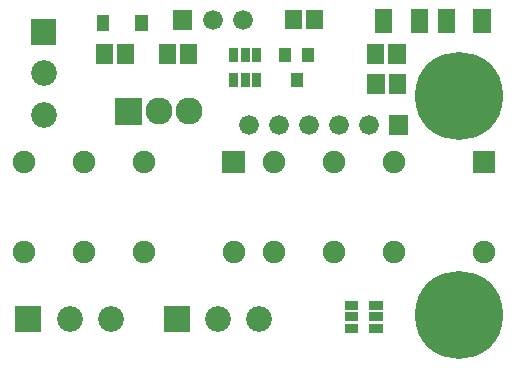
<source format=gbr>
G04 start of page 5 for group -4063 idx -4063 *
G04 Title: (unknown), componentmask *
G04 Creator: pcb 20110918 *
G04 CreationDate: Sun 03 Feb 2013 01:34:53 AM GMT UTC *
G04 For: petersen *
G04 Format: Gerber/RS-274X *
G04 PCB-Dimensions: 170000 120000 *
G04 PCB-Coordinate-Origin: lower left *
%MOIN*%
%FSLAX25Y25*%
%LNTOPMASK*%
%ADD58R,0.0420X0.0420*%
%ADD57R,0.0572X0.0572*%
%ADD56R,0.0300X0.0300*%
%ADD55R,0.0400X0.0400*%
%ADD54C,0.2937*%
%ADD53C,0.0750*%
%ADD52C,0.0860*%
%ADD51C,0.0900*%
%ADD50C,0.0660*%
%ADD49C,0.0001*%
G54D49*G36*
X57700Y117800D02*Y111200D01*
X64300D01*
Y117800D01*
X57700D01*
G37*
G54D50*X71000Y114500D03*
X81000D03*
G54D49*G36*
X10373Y114745D02*Y106145D01*
X18973D01*
Y114745D01*
X10373D01*
G37*
G54D51*X63000Y84000D03*
X53000D03*
G54D49*G36*
X38500Y88500D02*Y79500D01*
X47500D01*
Y88500D01*
X38500D01*
G37*
G54D52*X14673Y96665D03*
Y82886D03*
G54D53*X48000Y67000D03*
X28000D03*
X8000D03*
G54D49*G36*
X54755Y18973D02*Y10373D01*
X63355D01*
Y18973D01*
X54755D01*
G37*
G54D52*X72835Y14673D03*
X86614D03*
G54D54*X153000Y16000D03*
G54D53*X91500Y37000D03*
X8000D03*
X28000D03*
X48000D03*
X78000D03*
X111500D03*
X131500D03*
X161500D03*
G54D49*G36*
X5255Y18973D02*Y10373D01*
X13855D01*
Y18973D01*
X5255D01*
G37*
G54D52*X23335Y14673D03*
X37114D03*
G54D54*X153000Y89000D03*
G54D49*G36*
X129700Y82800D02*Y76200D01*
X136300D01*
Y82800D01*
X129700D01*
G37*
G36*
X157750Y70750D02*Y63250D01*
X165250D01*
Y70750D01*
X157750D01*
G37*
G54D53*X131500Y67000D03*
G54D50*X123000Y79500D03*
X113000D03*
G54D53*X111500Y67000D03*
G54D50*X103000Y79500D03*
X93000D03*
X83000D03*
G54D53*X91500Y67000D03*
G54D49*G36*
X74250Y70750D02*Y63250D01*
X81750D01*
Y70750D01*
X74250D01*
G37*
G54D55*X102900Y103000D02*Y102400D01*
X95100Y103000D02*Y102400D01*
X99000Y94800D02*Y94200D01*
G54D56*X81900Y95300D02*Y93700D01*
X85800Y95300D02*Y93700D01*
Y103500D02*Y101900D01*
X81900Y103500D02*Y101900D01*
X78000Y103500D02*Y101900D01*
G54D57*X105043Y114893D02*Y114107D01*
X97957Y114893D02*Y114107D01*
X149000Y115181D02*Y112819D01*
X160810Y115181D02*Y112819D01*
X139862Y115181D02*Y112819D01*
X128052Y115181D02*Y112819D01*
X132586Y93393D02*Y92607D01*
X125500Y93393D02*Y92607D01*
X132500Y103393D02*Y102607D01*
X125414Y103393D02*Y102607D01*
X63000Y103393D02*Y102607D01*
X55914Y103393D02*Y102607D01*
G54D58*X47400Y114100D02*Y112900D01*
X34500Y114100D02*Y112900D01*
G54D57*X42043Y103393D02*Y102607D01*
X34957Y103393D02*Y102607D01*
G54D56*X78000Y95300D02*Y93700D01*
X124700Y11500D02*X126300D01*
X124700Y15400D02*X126300D01*
X124700Y19300D02*X126300D01*
X116500D02*X118100D01*
X116500Y15400D02*X118100D01*
X116500Y11500D02*X118100D01*
M02*

</source>
